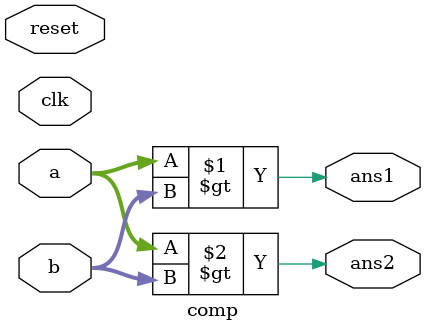
<source format=v>
`timescale 1ns / 1ps
module comp(
	input clk,
	input reset,
	input [3:0] a,
	input [3:0] b,
	output ans1,
	output ans2
   );
   
   assign ans1 = a > b;
   assign ans2 = $signed(a) > $signed(b);

endmodule

</source>
